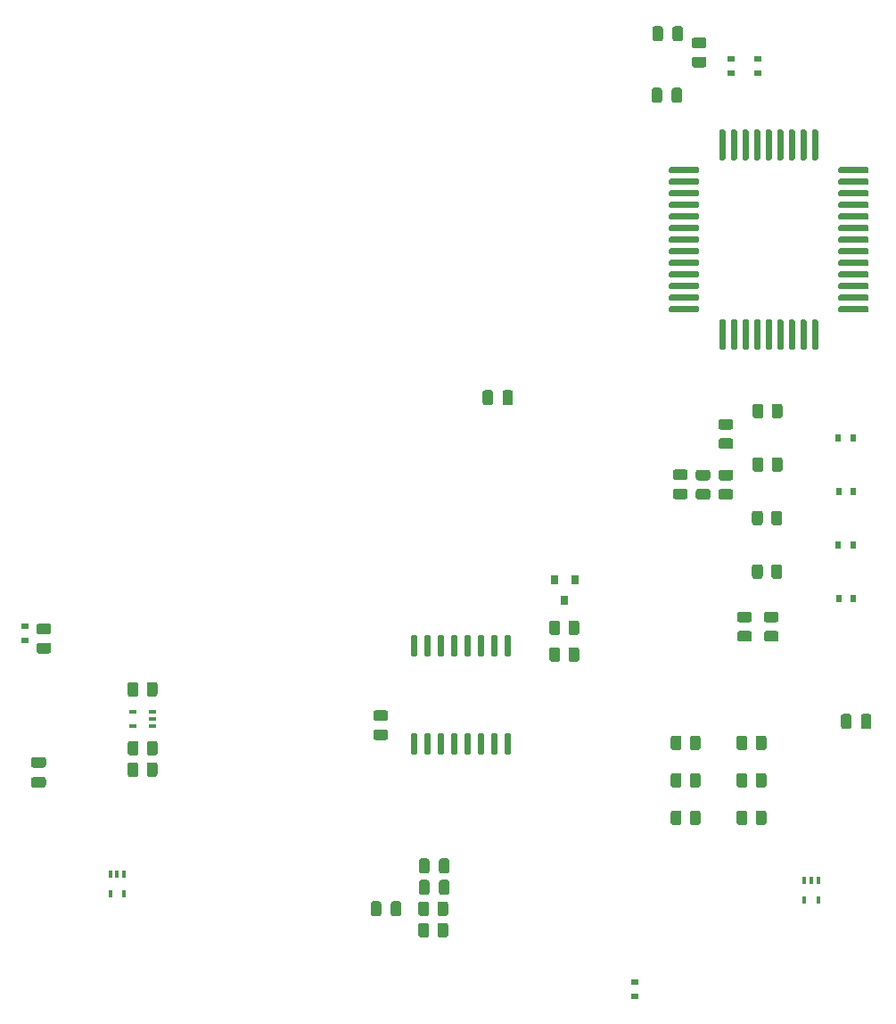
<source format=gbp>
%TF.GenerationSoftware,KiCad,Pcbnew,5.1.10-88a1d61d58~90~ubuntu20.04.1*%
%TF.CreationDate,2021-10-12T23:05:44+03:00*%
%TF.ProjectId,Schematic,53636865-6d61-4746-9963-2e6b69636164,rev?*%
%TF.SameCoordinates,Original*%
%TF.FileFunction,Paste,Bot*%
%TF.FilePolarity,Positive*%
%FSLAX46Y46*%
G04 Gerber Fmt 4.6, Leading zero omitted, Abs format (unit mm)*
G04 Created by KiCad (PCBNEW 5.1.10-88a1d61d58~90~ubuntu20.04.1) date 2021-10-12 23:05:44*
%MOMM*%
%LPD*%
G01*
G04 APERTURE LIST*
%ADD10R,0.700000X0.600000*%
%ADD11R,0.600000X0.700000*%
%ADD12R,0.400000X0.650000*%
%ADD13R,0.800000X0.900000*%
%ADD14R,0.650000X0.400000*%
G04 APERTURE END LIST*
G36*
G01*
X146615999Y-120899500D02*
X147516001Y-120899500D01*
G75*
G02*
X147766000Y-121149499I0J-249999D01*
G01*
X147766000Y-121674501D01*
G75*
G02*
X147516001Y-121924500I-249999J0D01*
G01*
X146615999Y-121924500D01*
G75*
G02*
X146366000Y-121674501I0J249999D01*
G01*
X146366000Y-121149499D01*
G75*
G02*
X146615999Y-120899500I249999J0D01*
G01*
G37*
G36*
G01*
X146615999Y-119074500D02*
X147516001Y-119074500D01*
G75*
G02*
X147766000Y-119324499I0J-249999D01*
G01*
X147766000Y-119849501D01*
G75*
G02*
X147516001Y-120099500I-249999J0D01*
G01*
X146615999Y-120099500D01*
G75*
G02*
X146366000Y-119849501I0J249999D01*
G01*
X146366000Y-119324499D01*
G75*
G02*
X146615999Y-119074500I249999J0D01*
G01*
G37*
G36*
G01*
X148024000Y-138397000D02*
X148024000Y-137447000D01*
G75*
G02*
X148274000Y-137197000I250000J0D01*
G01*
X148774000Y-137197000D01*
G75*
G02*
X149024000Y-137447000I0J-250000D01*
G01*
X149024000Y-138397000D01*
G75*
G02*
X148774000Y-138647000I-250000J0D01*
G01*
X148274000Y-138647000D01*
G75*
G02*
X148024000Y-138397000I0J250000D01*
G01*
G37*
G36*
G01*
X146124000Y-138397000D02*
X146124000Y-137447000D01*
G75*
G02*
X146374000Y-137197000I250000J0D01*
G01*
X146874000Y-137197000D01*
G75*
G02*
X147124000Y-137447000I0J-250000D01*
G01*
X147124000Y-138397000D01*
G75*
G02*
X146874000Y-138647000I-250000J0D01*
G01*
X146374000Y-138647000D01*
G75*
G02*
X146124000Y-138397000I0J250000D01*
G01*
G37*
D10*
X180340000Y-58612000D03*
X180340000Y-57212000D03*
X182880000Y-58612000D03*
X182880000Y-57212000D03*
D11*
X190500000Y-93218000D03*
X191900000Y-93218000D03*
X190500000Y-103378000D03*
X191900000Y-103378000D03*
X190562000Y-98298000D03*
X191962000Y-98298000D03*
X190562000Y-108458000D03*
X191962000Y-108458000D03*
D12*
X187310000Y-137094000D03*
X188610000Y-137094000D03*
X187960000Y-135194000D03*
X188610000Y-135194000D03*
X187310000Y-135194000D03*
D10*
X171196000Y-144842000D03*
X171196000Y-146242000D03*
D12*
X121382000Y-136520000D03*
X122682000Y-136520000D03*
X122032000Y-134620000D03*
X122682000Y-134620000D03*
X121382000Y-134620000D03*
D10*
X113284000Y-111060000D03*
X113284000Y-112460000D03*
G36*
G01*
X187360750Y-66872000D02*
X187063250Y-66872000D01*
G75*
G02*
X186914500Y-66723250I0J148750D01*
G01*
X186914500Y-64120750D01*
G75*
G02*
X187063250Y-63972000I148750J0D01*
G01*
X187360750Y-63972000D01*
G75*
G02*
X187509500Y-64120750I0J-148750D01*
G01*
X187509500Y-66723250D01*
G75*
G02*
X187360750Y-66872000I-148750J0D01*
G01*
G37*
G36*
G01*
X193412000Y-73173250D02*
X193412000Y-73470750D01*
G75*
G02*
X193263250Y-73619500I-148750J0D01*
G01*
X190660750Y-73619500D01*
G75*
G02*
X190512000Y-73470750I0J148750D01*
G01*
X190512000Y-73173250D01*
G75*
G02*
X190660750Y-73024500I148750J0D01*
G01*
X193263250Y-73024500D01*
G75*
G02*
X193412000Y-73173250I0J-148750D01*
G01*
G37*
G36*
G01*
X193412000Y-69873250D02*
X193412000Y-70170750D01*
G75*
G02*
X193263250Y-70319500I-148750J0D01*
G01*
X190660750Y-70319500D01*
G75*
G02*
X190512000Y-70170750I0J148750D01*
G01*
X190512000Y-69873250D01*
G75*
G02*
X190660750Y-69724500I148750J0D01*
G01*
X193263250Y-69724500D01*
G75*
G02*
X193412000Y-69873250I0J-148750D01*
G01*
G37*
G36*
G01*
X177312000Y-80873250D02*
X177312000Y-81170750D01*
G75*
G02*
X177163250Y-81319500I-148750J0D01*
G01*
X174560750Y-81319500D01*
G75*
G02*
X174412000Y-81170750I0J148750D01*
G01*
X174412000Y-80873250D01*
G75*
G02*
X174560750Y-80724500I148750J0D01*
G01*
X177163250Y-80724500D01*
G75*
G02*
X177312000Y-80873250I0J-148750D01*
G01*
G37*
G36*
G01*
X181860750Y-66872000D02*
X181563250Y-66872000D01*
G75*
G02*
X181414500Y-66723250I0J148750D01*
G01*
X181414500Y-64120750D01*
G75*
G02*
X181563250Y-63972000I148750J0D01*
G01*
X181860750Y-63972000D01*
G75*
G02*
X182009500Y-64120750I0J-148750D01*
G01*
X182009500Y-66723250D01*
G75*
G02*
X181860750Y-66872000I-148750J0D01*
G01*
G37*
G36*
G01*
X188460750Y-66872000D02*
X188163250Y-66872000D01*
G75*
G02*
X188014500Y-66723250I0J148750D01*
G01*
X188014500Y-64120750D01*
G75*
G02*
X188163250Y-63972000I148750J0D01*
G01*
X188460750Y-63972000D01*
G75*
G02*
X188609500Y-64120750I0J-148750D01*
G01*
X188609500Y-66723250D01*
G75*
G02*
X188460750Y-66872000I-148750J0D01*
G01*
G37*
G36*
G01*
X179660750Y-66872000D02*
X179363250Y-66872000D01*
G75*
G02*
X179214500Y-66723250I0J148750D01*
G01*
X179214500Y-64120750D01*
G75*
G02*
X179363250Y-63972000I148750J0D01*
G01*
X179660750Y-63972000D01*
G75*
G02*
X179809500Y-64120750I0J-148750D01*
G01*
X179809500Y-66723250D01*
G75*
G02*
X179660750Y-66872000I-148750J0D01*
G01*
G37*
G36*
G01*
X185160750Y-84872000D02*
X184863250Y-84872000D01*
G75*
G02*
X184714500Y-84723250I0J148750D01*
G01*
X184714500Y-82120750D01*
G75*
G02*
X184863250Y-81972000I148750J0D01*
G01*
X185160750Y-81972000D01*
G75*
G02*
X185309500Y-82120750I0J-148750D01*
G01*
X185309500Y-84723250D01*
G75*
G02*
X185160750Y-84872000I-148750J0D01*
G01*
G37*
G36*
G01*
X186260750Y-84872000D02*
X185963250Y-84872000D01*
G75*
G02*
X185814500Y-84723250I0J148750D01*
G01*
X185814500Y-82120750D01*
G75*
G02*
X185963250Y-81972000I148750J0D01*
G01*
X186260750Y-81972000D01*
G75*
G02*
X186409500Y-82120750I0J-148750D01*
G01*
X186409500Y-84723250D01*
G75*
G02*
X186260750Y-84872000I-148750J0D01*
G01*
G37*
G36*
G01*
X193412000Y-80873250D02*
X193412000Y-81170750D01*
G75*
G02*
X193263250Y-81319500I-148750J0D01*
G01*
X190660750Y-81319500D01*
G75*
G02*
X190512000Y-81170750I0J148750D01*
G01*
X190512000Y-80873250D01*
G75*
G02*
X190660750Y-80724500I148750J0D01*
G01*
X193263250Y-80724500D01*
G75*
G02*
X193412000Y-80873250I0J-148750D01*
G01*
G37*
G36*
G01*
X180760750Y-66872000D02*
X180463250Y-66872000D01*
G75*
G02*
X180314500Y-66723250I0J148750D01*
G01*
X180314500Y-64120750D01*
G75*
G02*
X180463250Y-63972000I148750J0D01*
G01*
X180760750Y-63972000D01*
G75*
G02*
X180909500Y-64120750I0J-148750D01*
G01*
X180909500Y-66723250D01*
G75*
G02*
X180760750Y-66872000I-148750J0D01*
G01*
G37*
G36*
G01*
X193412000Y-74273250D02*
X193412000Y-74570750D01*
G75*
G02*
X193263250Y-74719500I-148750J0D01*
G01*
X190660750Y-74719500D01*
G75*
G02*
X190512000Y-74570750I0J148750D01*
G01*
X190512000Y-74273250D01*
G75*
G02*
X190660750Y-74124500I148750J0D01*
G01*
X193263250Y-74124500D01*
G75*
G02*
X193412000Y-74273250I0J-148750D01*
G01*
G37*
G36*
G01*
X187360750Y-84872000D02*
X187063250Y-84872000D01*
G75*
G02*
X186914500Y-84723250I0J148750D01*
G01*
X186914500Y-82120750D01*
G75*
G02*
X187063250Y-81972000I148750J0D01*
G01*
X187360750Y-81972000D01*
G75*
G02*
X187509500Y-82120750I0J-148750D01*
G01*
X187509500Y-84723250D01*
G75*
G02*
X187360750Y-84872000I-148750J0D01*
G01*
G37*
G36*
G01*
X177312000Y-79773250D02*
X177312000Y-80070750D01*
G75*
G02*
X177163250Y-80219500I-148750J0D01*
G01*
X174560750Y-80219500D01*
G75*
G02*
X174412000Y-80070750I0J148750D01*
G01*
X174412000Y-79773250D01*
G75*
G02*
X174560750Y-79624500I148750J0D01*
G01*
X177163250Y-79624500D01*
G75*
G02*
X177312000Y-79773250I0J-148750D01*
G01*
G37*
G36*
G01*
X193412000Y-68773250D02*
X193412000Y-69070750D01*
G75*
G02*
X193263250Y-69219500I-148750J0D01*
G01*
X190660750Y-69219500D01*
G75*
G02*
X190512000Y-69070750I0J148750D01*
G01*
X190512000Y-68773250D01*
G75*
G02*
X190660750Y-68624500I148750J0D01*
G01*
X193263250Y-68624500D01*
G75*
G02*
X193412000Y-68773250I0J-148750D01*
G01*
G37*
G36*
G01*
X193412000Y-79773250D02*
X193412000Y-80070750D01*
G75*
G02*
X193263250Y-80219500I-148750J0D01*
G01*
X190660750Y-80219500D01*
G75*
G02*
X190512000Y-80070750I0J148750D01*
G01*
X190512000Y-79773250D01*
G75*
G02*
X190660750Y-79624500I148750J0D01*
G01*
X193263250Y-79624500D01*
G75*
G02*
X193412000Y-79773250I0J-148750D01*
G01*
G37*
G36*
G01*
X177312000Y-69873250D02*
X177312000Y-70170750D01*
G75*
G02*
X177163250Y-70319500I-148750J0D01*
G01*
X174560750Y-70319500D01*
G75*
G02*
X174412000Y-70170750I0J148750D01*
G01*
X174412000Y-69873250D01*
G75*
G02*
X174560750Y-69724500I148750J0D01*
G01*
X177163250Y-69724500D01*
G75*
G02*
X177312000Y-69873250I0J-148750D01*
G01*
G37*
G36*
G01*
X177312000Y-67673250D02*
X177312000Y-67970750D01*
G75*
G02*
X177163250Y-68119500I-148750J0D01*
G01*
X174560750Y-68119500D01*
G75*
G02*
X174412000Y-67970750I0J148750D01*
G01*
X174412000Y-67673250D01*
G75*
G02*
X174560750Y-67524500I148750J0D01*
G01*
X177163250Y-67524500D01*
G75*
G02*
X177312000Y-67673250I0J-148750D01*
G01*
G37*
G36*
G01*
X193412000Y-76473250D02*
X193412000Y-76770750D01*
G75*
G02*
X193263250Y-76919500I-148750J0D01*
G01*
X190660750Y-76919500D01*
G75*
G02*
X190512000Y-76770750I0J148750D01*
G01*
X190512000Y-76473250D01*
G75*
G02*
X190660750Y-76324500I148750J0D01*
G01*
X193263250Y-76324500D01*
G75*
G02*
X193412000Y-76473250I0J-148750D01*
G01*
G37*
G36*
G01*
X184060750Y-66872000D02*
X183763250Y-66872000D01*
G75*
G02*
X183614500Y-66723250I0J148750D01*
G01*
X183614500Y-64120750D01*
G75*
G02*
X183763250Y-63972000I148750J0D01*
G01*
X184060750Y-63972000D01*
G75*
G02*
X184209500Y-64120750I0J-148750D01*
G01*
X184209500Y-66723250D01*
G75*
G02*
X184060750Y-66872000I-148750J0D01*
G01*
G37*
G36*
G01*
X193412000Y-78673250D02*
X193412000Y-78970750D01*
G75*
G02*
X193263250Y-79119500I-148750J0D01*
G01*
X190660750Y-79119500D01*
G75*
G02*
X190512000Y-78970750I0J148750D01*
G01*
X190512000Y-78673250D01*
G75*
G02*
X190660750Y-78524500I148750J0D01*
G01*
X193263250Y-78524500D01*
G75*
G02*
X193412000Y-78673250I0J-148750D01*
G01*
G37*
G36*
G01*
X177312000Y-75373250D02*
X177312000Y-75670750D01*
G75*
G02*
X177163250Y-75819500I-148750J0D01*
G01*
X174560750Y-75819500D01*
G75*
G02*
X174412000Y-75670750I0J148750D01*
G01*
X174412000Y-75373250D01*
G75*
G02*
X174560750Y-75224500I148750J0D01*
G01*
X177163250Y-75224500D01*
G75*
G02*
X177312000Y-75373250I0J-148750D01*
G01*
G37*
G36*
G01*
X182960750Y-84872000D02*
X182663250Y-84872000D01*
G75*
G02*
X182514500Y-84723250I0J148750D01*
G01*
X182514500Y-82120750D01*
G75*
G02*
X182663250Y-81972000I148750J0D01*
G01*
X182960750Y-81972000D01*
G75*
G02*
X183109500Y-82120750I0J-148750D01*
G01*
X183109500Y-84723250D01*
G75*
G02*
X182960750Y-84872000I-148750J0D01*
G01*
G37*
G36*
G01*
X180760750Y-84872000D02*
X180463250Y-84872000D01*
G75*
G02*
X180314500Y-84723250I0J148750D01*
G01*
X180314500Y-82120750D01*
G75*
G02*
X180463250Y-81972000I148750J0D01*
G01*
X180760750Y-81972000D01*
G75*
G02*
X180909500Y-82120750I0J-148750D01*
G01*
X180909500Y-84723250D01*
G75*
G02*
X180760750Y-84872000I-148750J0D01*
G01*
G37*
G36*
G01*
X177312000Y-70973250D02*
X177312000Y-71270750D01*
G75*
G02*
X177163250Y-71419500I-148750J0D01*
G01*
X174560750Y-71419500D01*
G75*
G02*
X174412000Y-71270750I0J148750D01*
G01*
X174412000Y-70973250D01*
G75*
G02*
X174560750Y-70824500I148750J0D01*
G01*
X177163250Y-70824500D01*
G75*
G02*
X177312000Y-70973250I0J-148750D01*
G01*
G37*
G36*
G01*
X184060750Y-84872000D02*
X183763250Y-84872000D01*
G75*
G02*
X183614500Y-84723250I0J148750D01*
G01*
X183614500Y-82120750D01*
G75*
G02*
X183763250Y-81972000I148750J0D01*
G01*
X184060750Y-81972000D01*
G75*
G02*
X184209500Y-82120750I0J-148750D01*
G01*
X184209500Y-84723250D01*
G75*
G02*
X184060750Y-84872000I-148750J0D01*
G01*
G37*
G36*
G01*
X182960750Y-66872000D02*
X182663250Y-66872000D01*
G75*
G02*
X182514500Y-66723250I0J148750D01*
G01*
X182514500Y-64120750D01*
G75*
G02*
X182663250Y-63972000I148750J0D01*
G01*
X182960750Y-63972000D01*
G75*
G02*
X183109500Y-64120750I0J-148750D01*
G01*
X183109500Y-66723250D01*
G75*
G02*
X182960750Y-66872000I-148750J0D01*
G01*
G37*
G36*
G01*
X193412000Y-75373250D02*
X193412000Y-75670750D01*
G75*
G02*
X193263250Y-75819500I-148750J0D01*
G01*
X190660750Y-75819500D01*
G75*
G02*
X190512000Y-75670750I0J148750D01*
G01*
X190512000Y-75373250D01*
G75*
G02*
X190660750Y-75224500I148750J0D01*
G01*
X193263250Y-75224500D01*
G75*
G02*
X193412000Y-75373250I0J-148750D01*
G01*
G37*
G36*
G01*
X181860750Y-84872000D02*
X181563250Y-84872000D01*
G75*
G02*
X181414500Y-84723250I0J148750D01*
G01*
X181414500Y-82120750D01*
G75*
G02*
X181563250Y-81972000I148750J0D01*
G01*
X181860750Y-81972000D01*
G75*
G02*
X182009500Y-82120750I0J-148750D01*
G01*
X182009500Y-84723250D01*
G75*
G02*
X181860750Y-84872000I-148750J0D01*
G01*
G37*
G36*
G01*
X193412000Y-72073250D02*
X193412000Y-72370750D01*
G75*
G02*
X193263250Y-72519500I-148750J0D01*
G01*
X190660750Y-72519500D01*
G75*
G02*
X190512000Y-72370750I0J148750D01*
G01*
X190512000Y-72073250D01*
G75*
G02*
X190660750Y-71924500I148750J0D01*
G01*
X193263250Y-71924500D01*
G75*
G02*
X193412000Y-72073250I0J-148750D01*
G01*
G37*
G36*
G01*
X177312000Y-72073250D02*
X177312000Y-72370750D01*
G75*
G02*
X177163250Y-72519500I-148750J0D01*
G01*
X174560750Y-72519500D01*
G75*
G02*
X174412000Y-72370750I0J148750D01*
G01*
X174412000Y-72073250D01*
G75*
G02*
X174560750Y-71924500I148750J0D01*
G01*
X177163250Y-71924500D01*
G75*
G02*
X177312000Y-72073250I0J-148750D01*
G01*
G37*
G36*
G01*
X177312000Y-76473250D02*
X177312000Y-76770750D01*
G75*
G02*
X177163250Y-76919500I-148750J0D01*
G01*
X174560750Y-76919500D01*
G75*
G02*
X174412000Y-76770750I0J148750D01*
G01*
X174412000Y-76473250D01*
G75*
G02*
X174560750Y-76324500I148750J0D01*
G01*
X177163250Y-76324500D01*
G75*
G02*
X177312000Y-76473250I0J-148750D01*
G01*
G37*
G36*
G01*
X193412000Y-67673250D02*
X193412000Y-67970750D01*
G75*
G02*
X193263250Y-68119500I-148750J0D01*
G01*
X190660750Y-68119500D01*
G75*
G02*
X190512000Y-67970750I0J148750D01*
G01*
X190512000Y-67673250D01*
G75*
G02*
X190660750Y-67524500I148750J0D01*
G01*
X193263250Y-67524500D01*
G75*
G02*
X193412000Y-67673250I0J-148750D01*
G01*
G37*
G36*
G01*
X193412000Y-77573250D02*
X193412000Y-77870750D01*
G75*
G02*
X193263250Y-78019500I-148750J0D01*
G01*
X190660750Y-78019500D01*
G75*
G02*
X190512000Y-77870750I0J148750D01*
G01*
X190512000Y-77573250D01*
G75*
G02*
X190660750Y-77424500I148750J0D01*
G01*
X193263250Y-77424500D01*
G75*
G02*
X193412000Y-77573250I0J-148750D01*
G01*
G37*
G36*
G01*
X177312000Y-68773250D02*
X177312000Y-69070750D01*
G75*
G02*
X177163250Y-69219500I-148750J0D01*
G01*
X174560750Y-69219500D01*
G75*
G02*
X174412000Y-69070750I0J148750D01*
G01*
X174412000Y-68773250D01*
G75*
G02*
X174560750Y-68624500I148750J0D01*
G01*
X177163250Y-68624500D01*
G75*
G02*
X177312000Y-68773250I0J-148750D01*
G01*
G37*
G36*
G01*
X177312000Y-74273250D02*
X177312000Y-74570750D01*
G75*
G02*
X177163250Y-74719500I-148750J0D01*
G01*
X174560750Y-74719500D01*
G75*
G02*
X174412000Y-74570750I0J148750D01*
G01*
X174412000Y-74273250D01*
G75*
G02*
X174560750Y-74124500I148750J0D01*
G01*
X177163250Y-74124500D01*
G75*
G02*
X177312000Y-74273250I0J-148750D01*
G01*
G37*
G36*
G01*
X177312000Y-73173250D02*
X177312000Y-73470750D01*
G75*
G02*
X177163250Y-73619500I-148750J0D01*
G01*
X174560750Y-73619500D01*
G75*
G02*
X174412000Y-73470750I0J148750D01*
G01*
X174412000Y-73173250D01*
G75*
G02*
X174560750Y-73024500I148750J0D01*
G01*
X177163250Y-73024500D01*
G75*
G02*
X177312000Y-73173250I0J-148750D01*
G01*
G37*
G36*
G01*
X193412000Y-70973250D02*
X193412000Y-71270750D01*
G75*
G02*
X193263250Y-71419500I-148750J0D01*
G01*
X190660750Y-71419500D01*
G75*
G02*
X190512000Y-71270750I0J148750D01*
G01*
X190512000Y-70973250D01*
G75*
G02*
X190660750Y-70824500I148750J0D01*
G01*
X193263250Y-70824500D01*
G75*
G02*
X193412000Y-70973250I0J-148750D01*
G01*
G37*
G36*
G01*
X177312000Y-78673250D02*
X177312000Y-78970750D01*
G75*
G02*
X177163250Y-79119500I-148750J0D01*
G01*
X174560750Y-79119500D01*
G75*
G02*
X174412000Y-78970750I0J148750D01*
G01*
X174412000Y-78673250D01*
G75*
G02*
X174560750Y-78524500I148750J0D01*
G01*
X177163250Y-78524500D01*
G75*
G02*
X177312000Y-78673250I0J-148750D01*
G01*
G37*
G36*
G01*
X177312000Y-77573250D02*
X177312000Y-77870750D01*
G75*
G02*
X177163250Y-78019500I-148750J0D01*
G01*
X174560750Y-78019500D01*
G75*
G02*
X174412000Y-77870750I0J148750D01*
G01*
X174412000Y-77573250D01*
G75*
G02*
X174560750Y-77424500I148750J0D01*
G01*
X177163250Y-77424500D01*
G75*
G02*
X177312000Y-77573250I0J-148750D01*
G01*
G37*
G36*
G01*
X186260750Y-66872000D02*
X185963250Y-66872000D01*
G75*
G02*
X185814500Y-66723250I0J148750D01*
G01*
X185814500Y-64120750D01*
G75*
G02*
X185963250Y-63972000I148750J0D01*
G01*
X186260750Y-63972000D01*
G75*
G02*
X186409500Y-64120750I0J-148750D01*
G01*
X186409500Y-66723250D01*
G75*
G02*
X186260750Y-66872000I-148750J0D01*
G01*
G37*
G36*
G01*
X185160750Y-66872000D02*
X184863250Y-66872000D01*
G75*
G02*
X184714500Y-66723250I0J148750D01*
G01*
X184714500Y-64120750D01*
G75*
G02*
X184863250Y-63972000I148750J0D01*
G01*
X185160750Y-63972000D01*
G75*
G02*
X185309500Y-64120750I0J-148750D01*
G01*
X185309500Y-66723250D01*
G75*
G02*
X185160750Y-66872000I-148750J0D01*
G01*
G37*
G36*
G01*
X188460750Y-84872000D02*
X188163250Y-84872000D01*
G75*
G02*
X188014500Y-84723250I0J148750D01*
G01*
X188014500Y-82120750D01*
G75*
G02*
X188163250Y-81972000I148750J0D01*
G01*
X188460750Y-81972000D01*
G75*
G02*
X188609500Y-82120750I0J-148750D01*
G01*
X188609500Y-84723250D01*
G75*
G02*
X188460750Y-84872000I-148750J0D01*
G01*
G37*
G36*
G01*
X179660750Y-84872000D02*
X179363250Y-84872000D01*
G75*
G02*
X179214500Y-84723250I0J148750D01*
G01*
X179214500Y-82120750D01*
G75*
G02*
X179363250Y-81972000I148750J0D01*
G01*
X179660750Y-81972000D01*
G75*
G02*
X179809500Y-82120750I0J-148750D01*
G01*
X179809500Y-84723250D01*
G75*
G02*
X179660750Y-84872000I-148750J0D01*
G01*
G37*
G36*
G01*
X176841999Y-57042000D02*
X177742001Y-57042000D01*
G75*
G02*
X177992000Y-57291999I0J-249999D01*
G01*
X177992000Y-57817001D01*
G75*
G02*
X177742001Y-58067000I-249999J0D01*
G01*
X176841999Y-58067000D01*
G75*
G02*
X176592000Y-57817001I0J249999D01*
G01*
X176592000Y-57291999D01*
G75*
G02*
X176841999Y-57042000I249999J0D01*
G01*
G37*
G36*
G01*
X176841999Y-55217000D02*
X177742001Y-55217000D01*
G75*
G02*
X177992000Y-55466999I0J-249999D01*
G01*
X177992000Y-55992001D01*
G75*
G02*
X177742001Y-56242000I-249999J0D01*
G01*
X176841999Y-56242000D01*
G75*
G02*
X176592000Y-55992001I0J249999D01*
G01*
X176592000Y-55466999D01*
G75*
G02*
X176841999Y-55217000I249999J0D01*
G01*
G37*
G36*
G01*
X180282001Y-97263000D02*
X179381999Y-97263000D01*
G75*
G02*
X179132000Y-97013001I0J249999D01*
G01*
X179132000Y-96487999D01*
G75*
G02*
X179381999Y-96238000I249999J0D01*
G01*
X180282001Y-96238000D01*
G75*
G02*
X180532000Y-96487999I0J-249999D01*
G01*
X180532000Y-97013001D01*
G75*
G02*
X180282001Y-97263000I-249999J0D01*
G01*
G37*
G36*
G01*
X180282001Y-99088000D02*
X179381999Y-99088000D01*
G75*
G02*
X179132000Y-98838001I0J249999D01*
G01*
X179132000Y-98312999D01*
G75*
G02*
X179381999Y-98063000I249999J0D01*
G01*
X180282001Y-98063000D01*
G75*
G02*
X180532000Y-98312999I0J-249999D01*
G01*
X180532000Y-98838001D01*
G75*
G02*
X180282001Y-99088000I-249999J0D01*
G01*
G37*
G36*
G01*
X178123001Y-97263000D02*
X177222999Y-97263000D01*
G75*
G02*
X176973000Y-97013001I0J249999D01*
G01*
X176973000Y-96487999D01*
G75*
G02*
X177222999Y-96238000I249999J0D01*
G01*
X178123001Y-96238000D01*
G75*
G02*
X178373000Y-96487999I0J-249999D01*
G01*
X178373000Y-97013001D01*
G75*
G02*
X178123001Y-97263000I-249999J0D01*
G01*
G37*
G36*
G01*
X178123001Y-99088000D02*
X177222999Y-99088000D01*
G75*
G02*
X176973000Y-98838001I0J249999D01*
G01*
X176973000Y-98312999D01*
G75*
G02*
X177222999Y-98063000I249999J0D01*
G01*
X178123001Y-98063000D01*
G75*
G02*
X178373000Y-98312999I0J-249999D01*
G01*
X178373000Y-98838001D01*
G75*
G02*
X178123001Y-99088000I-249999J0D01*
G01*
G37*
G36*
G01*
X175063999Y-98039500D02*
X175964001Y-98039500D01*
G75*
G02*
X176214000Y-98289499I0J-249999D01*
G01*
X176214000Y-98814501D01*
G75*
G02*
X175964001Y-99064500I-249999J0D01*
G01*
X175063999Y-99064500D01*
G75*
G02*
X174814000Y-98814501I0J249999D01*
G01*
X174814000Y-98289499D01*
G75*
G02*
X175063999Y-98039500I249999J0D01*
G01*
G37*
G36*
G01*
X175063999Y-96214500D02*
X175964001Y-96214500D01*
G75*
G02*
X176214000Y-96464499I0J-249999D01*
G01*
X176214000Y-96989501D01*
G75*
G02*
X175964001Y-97239500I-249999J0D01*
G01*
X175063999Y-97239500D01*
G75*
G02*
X174814000Y-96989501I0J249999D01*
G01*
X174814000Y-96464499D01*
G75*
G02*
X175063999Y-96214500I249999J0D01*
G01*
G37*
G36*
G01*
X179381999Y-93260500D02*
X180282001Y-93260500D01*
G75*
G02*
X180532000Y-93510499I0J-249999D01*
G01*
X180532000Y-94035501D01*
G75*
G02*
X180282001Y-94285500I-249999J0D01*
G01*
X179381999Y-94285500D01*
G75*
G02*
X179132000Y-94035501I0J249999D01*
G01*
X179132000Y-93510499D01*
G75*
G02*
X179381999Y-93260500I249999J0D01*
G01*
G37*
G36*
G01*
X179381999Y-91435500D02*
X180282001Y-91435500D01*
G75*
G02*
X180532000Y-91685499I0J-249999D01*
G01*
X180532000Y-92210501D01*
G75*
G02*
X180282001Y-92460500I-249999J0D01*
G01*
X179381999Y-92460500D01*
G75*
G02*
X179132000Y-92210501I0J249999D01*
G01*
X179132000Y-91685499D01*
G75*
G02*
X179381999Y-91435500I249999J0D01*
G01*
G37*
D13*
X164526000Y-108680000D03*
X165476000Y-106680000D03*
X163576000Y-106680000D03*
D14*
X123510000Y-119238000D03*
X123510000Y-120538000D03*
X125410000Y-119888000D03*
X125410000Y-120538000D03*
X125410000Y-119238000D03*
G36*
G01*
X173860000Y-54389000D02*
X173860000Y-55339000D01*
G75*
G02*
X173610000Y-55589000I-250000J0D01*
G01*
X173110000Y-55589000D01*
G75*
G02*
X172860000Y-55339000I0J250000D01*
G01*
X172860000Y-54389000D01*
G75*
G02*
X173110000Y-54139000I250000J0D01*
G01*
X173610000Y-54139000D01*
G75*
G02*
X173860000Y-54389000I0J-250000D01*
G01*
G37*
G36*
G01*
X175760000Y-54389000D02*
X175760000Y-55339000D01*
G75*
G02*
X175510000Y-55589000I-250000J0D01*
G01*
X175010000Y-55589000D01*
G75*
G02*
X174760000Y-55339000I0J250000D01*
G01*
X174760000Y-54389000D01*
G75*
G02*
X175010000Y-54139000I250000J0D01*
G01*
X175510000Y-54139000D01*
G75*
G02*
X175760000Y-54389000I0J-250000D01*
G01*
G37*
G36*
G01*
X173794000Y-60231000D02*
X173794000Y-61181000D01*
G75*
G02*
X173544000Y-61431000I-250000J0D01*
G01*
X173044000Y-61431000D01*
G75*
G02*
X172794000Y-61181000I0J250000D01*
G01*
X172794000Y-60231000D01*
G75*
G02*
X173044000Y-59981000I250000J0D01*
G01*
X173544000Y-59981000D01*
G75*
G02*
X173794000Y-60231000I0J-250000D01*
G01*
G37*
G36*
G01*
X175694000Y-60231000D02*
X175694000Y-61181000D01*
G75*
G02*
X175444000Y-61431000I-250000J0D01*
G01*
X174944000Y-61431000D01*
G75*
G02*
X174694000Y-61181000I0J250000D01*
G01*
X174694000Y-60231000D01*
G75*
G02*
X174944000Y-59981000I250000J0D01*
G01*
X175444000Y-59981000D01*
G75*
G02*
X175694000Y-60231000I0J-250000D01*
G01*
G37*
G36*
G01*
X150091000Y-121227000D02*
X150391000Y-121227000D01*
G75*
G02*
X150541000Y-121377000I0J-150000D01*
G01*
X150541000Y-123127000D01*
G75*
G02*
X150391000Y-123277000I-150000J0D01*
G01*
X150091000Y-123277000D01*
G75*
G02*
X149941000Y-123127000I0J150000D01*
G01*
X149941000Y-121377000D01*
G75*
G02*
X150091000Y-121227000I150000J0D01*
G01*
G37*
G36*
G01*
X151361000Y-121227000D02*
X151661000Y-121227000D01*
G75*
G02*
X151811000Y-121377000I0J-150000D01*
G01*
X151811000Y-123127000D01*
G75*
G02*
X151661000Y-123277000I-150000J0D01*
G01*
X151361000Y-123277000D01*
G75*
G02*
X151211000Y-123127000I0J150000D01*
G01*
X151211000Y-121377000D01*
G75*
G02*
X151361000Y-121227000I150000J0D01*
G01*
G37*
G36*
G01*
X152631000Y-121227000D02*
X152931000Y-121227000D01*
G75*
G02*
X153081000Y-121377000I0J-150000D01*
G01*
X153081000Y-123127000D01*
G75*
G02*
X152931000Y-123277000I-150000J0D01*
G01*
X152631000Y-123277000D01*
G75*
G02*
X152481000Y-123127000I0J150000D01*
G01*
X152481000Y-121377000D01*
G75*
G02*
X152631000Y-121227000I150000J0D01*
G01*
G37*
G36*
G01*
X153901000Y-121227000D02*
X154201000Y-121227000D01*
G75*
G02*
X154351000Y-121377000I0J-150000D01*
G01*
X154351000Y-123127000D01*
G75*
G02*
X154201000Y-123277000I-150000J0D01*
G01*
X153901000Y-123277000D01*
G75*
G02*
X153751000Y-123127000I0J150000D01*
G01*
X153751000Y-121377000D01*
G75*
G02*
X153901000Y-121227000I150000J0D01*
G01*
G37*
G36*
G01*
X155171000Y-121227000D02*
X155471000Y-121227000D01*
G75*
G02*
X155621000Y-121377000I0J-150000D01*
G01*
X155621000Y-123127000D01*
G75*
G02*
X155471000Y-123277000I-150000J0D01*
G01*
X155171000Y-123277000D01*
G75*
G02*
X155021000Y-123127000I0J150000D01*
G01*
X155021000Y-121377000D01*
G75*
G02*
X155171000Y-121227000I150000J0D01*
G01*
G37*
G36*
G01*
X156441000Y-121227000D02*
X156741000Y-121227000D01*
G75*
G02*
X156891000Y-121377000I0J-150000D01*
G01*
X156891000Y-123127000D01*
G75*
G02*
X156741000Y-123277000I-150000J0D01*
G01*
X156441000Y-123277000D01*
G75*
G02*
X156291000Y-123127000I0J150000D01*
G01*
X156291000Y-121377000D01*
G75*
G02*
X156441000Y-121227000I150000J0D01*
G01*
G37*
G36*
G01*
X157711000Y-121227000D02*
X158011000Y-121227000D01*
G75*
G02*
X158161000Y-121377000I0J-150000D01*
G01*
X158161000Y-123127000D01*
G75*
G02*
X158011000Y-123277000I-150000J0D01*
G01*
X157711000Y-123277000D01*
G75*
G02*
X157561000Y-123127000I0J150000D01*
G01*
X157561000Y-121377000D01*
G75*
G02*
X157711000Y-121227000I150000J0D01*
G01*
G37*
G36*
G01*
X158981000Y-121227000D02*
X159281000Y-121227000D01*
G75*
G02*
X159431000Y-121377000I0J-150000D01*
G01*
X159431000Y-123127000D01*
G75*
G02*
X159281000Y-123277000I-150000J0D01*
G01*
X158981000Y-123277000D01*
G75*
G02*
X158831000Y-123127000I0J150000D01*
G01*
X158831000Y-121377000D01*
G75*
G02*
X158981000Y-121227000I150000J0D01*
G01*
G37*
G36*
G01*
X158981000Y-111927000D02*
X159281000Y-111927000D01*
G75*
G02*
X159431000Y-112077000I0J-150000D01*
G01*
X159431000Y-113827000D01*
G75*
G02*
X159281000Y-113977000I-150000J0D01*
G01*
X158981000Y-113977000D01*
G75*
G02*
X158831000Y-113827000I0J150000D01*
G01*
X158831000Y-112077000D01*
G75*
G02*
X158981000Y-111927000I150000J0D01*
G01*
G37*
G36*
G01*
X157711000Y-111927000D02*
X158011000Y-111927000D01*
G75*
G02*
X158161000Y-112077000I0J-150000D01*
G01*
X158161000Y-113827000D01*
G75*
G02*
X158011000Y-113977000I-150000J0D01*
G01*
X157711000Y-113977000D01*
G75*
G02*
X157561000Y-113827000I0J150000D01*
G01*
X157561000Y-112077000D01*
G75*
G02*
X157711000Y-111927000I150000J0D01*
G01*
G37*
G36*
G01*
X156441000Y-111927000D02*
X156741000Y-111927000D01*
G75*
G02*
X156891000Y-112077000I0J-150000D01*
G01*
X156891000Y-113827000D01*
G75*
G02*
X156741000Y-113977000I-150000J0D01*
G01*
X156441000Y-113977000D01*
G75*
G02*
X156291000Y-113827000I0J150000D01*
G01*
X156291000Y-112077000D01*
G75*
G02*
X156441000Y-111927000I150000J0D01*
G01*
G37*
G36*
G01*
X155171000Y-111927000D02*
X155471000Y-111927000D01*
G75*
G02*
X155621000Y-112077000I0J-150000D01*
G01*
X155621000Y-113827000D01*
G75*
G02*
X155471000Y-113977000I-150000J0D01*
G01*
X155171000Y-113977000D01*
G75*
G02*
X155021000Y-113827000I0J150000D01*
G01*
X155021000Y-112077000D01*
G75*
G02*
X155171000Y-111927000I150000J0D01*
G01*
G37*
G36*
G01*
X153901000Y-111927000D02*
X154201000Y-111927000D01*
G75*
G02*
X154351000Y-112077000I0J-150000D01*
G01*
X154351000Y-113827000D01*
G75*
G02*
X154201000Y-113977000I-150000J0D01*
G01*
X153901000Y-113977000D01*
G75*
G02*
X153751000Y-113827000I0J150000D01*
G01*
X153751000Y-112077000D01*
G75*
G02*
X153901000Y-111927000I150000J0D01*
G01*
G37*
G36*
G01*
X152631000Y-111927000D02*
X152931000Y-111927000D01*
G75*
G02*
X153081000Y-112077000I0J-150000D01*
G01*
X153081000Y-113827000D01*
G75*
G02*
X152931000Y-113977000I-150000J0D01*
G01*
X152631000Y-113977000D01*
G75*
G02*
X152481000Y-113827000I0J150000D01*
G01*
X152481000Y-112077000D01*
G75*
G02*
X152631000Y-111927000I150000J0D01*
G01*
G37*
G36*
G01*
X151361000Y-111927000D02*
X151661000Y-111927000D01*
G75*
G02*
X151811000Y-112077000I0J-150000D01*
G01*
X151811000Y-113827000D01*
G75*
G02*
X151661000Y-113977000I-150000J0D01*
G01*
X151361000Y-113977000D01*
G75*
G02*
X151211000Y-113827000I0J150000D01*
G01*
X151211000Y-112077000D01*
G75*
G02*
X151361000Y-111927000I150000J0D01*
G01*
G37*
G36*
G01*
X150091000Y-111927000D02*
X150391000Y-111927000D01*
G75*
G02*
X150541000Y-112077000I0J-150000D01*
G01*
X150541000Y-113827000D01*
G75*
G02*
X150391000Y-113977000I-150000J0D01*
G01*
X150091000Y-113977000D01*
G75*
G02*
X149941000Y-113827000I0J150000D01*
G01*
X149941000Y-112077000D01*
G75*
G02*
X150091000Y-111927000I150000J0D01*
G01*
G37*
G36*
G01*
X182060001Y-110748500D02*
X181159999Y-110748500D01*
G75*
G02*
X180910000Y-110498501I0J249999D01*
G01*
X180910000Y-109973499D01*
G75*
G02*
X181159999Y-109723500I249999J0D01*
G01*
X182060001Y-109723500D01*
G75*
G02*
X182310000Y-109973499I0J-249999D01*
G01*
X182310000Y-110498501D01*
G75*
G02*
X182060001Y-110748500I-249999J0D01*
G01*
G37*
G36*
G01*
X182060001Y-112573500D02*
X181159999Y-112573500D01*
G75*
G02*
X180910000Y-112323501I0J249999D01*
G01*
X180910000Y-111798499D01*
G75*
G02*
X181159999Y-111548500I249999J0D01*
G01*
X182060001Y-111548500D01*
G75*
G02*
X182310000Y-111798499I0J-249999D01*
G01*
X182310000Y-112323501D01*
G75*
G02*
X182060001Y-112573500I-249999J0D01*
G01*
G37*
G36*
G01*
X184600001Y-110748500D02*
X183699999Y-110748500D01*
G75*
G02*
X183450000Y-110498501I0J249999D01*
G01*
X183450000Y-109973499D01*
G75*
G02*
X183699999Y-109723500I249999J0D01*
G01*
X184600001Y-109723500D01*
G75*
G02*
X184850000Y-109973499I0J-249999D01*
G01*
X184850000Y-110498501D01*
G75*
G02*
X184600001Y-110748500I-249999J0D01*
G01*
G37*
G36*
G01*
X184600001Y-112573500D02*
X183699999Y-112573500D01*
G75*
G02*
X183450000Y-112323501I0J249999D01*
G01*
X183450000Y-111798499D01*
G75*
G02*
X183699999Y-111548500I249999J0D01*
G01*
X184600001Y-111548500D01*
G75*
G02*
X184850000Y-111798499I0J-249999D01*
G01*
X184850000Y-112323501D01*
G75*
G02*
X184600001Y-112573500I-249999J0D01*
G01*
G37*
G36*
G01*
X164088500Y-110801999D02*
X164088500Y-111702001D01*
G75*
G02*
X163838501Y-111952000I-249999J0D01*
G01*
X163313499Y-111952000D01*
G75*
G02*
X163063500Y-111702001I0J249999D01*
G01*
X163063500Y-110801999D01*
G75*
G02*
X163313499Y-110552000I249999J0D01*
G01*
X163838501Y-110552000D01*
G75*
G02*
X164088500Y-110801999I0J-249999D01*
G01*
G37*
G36*
G01*
X165913500Y-110801999D02*
X165913500Y-111702001D01*
G75*
G02*
X165663501Y-111952000I-249999J0D01*
G01*
X165138499Y-111952000D01*
G75*
G02*
X164888500Y-111702001I0J249999D01*
G01*
X164888500Y-110801999D01*
G75*
G02*
X165138499Y-110552000I249999J0D01*
G01*
X165663501Y-110552000D01*
G75*
G02*
X165913500Y-110801999I0J-249999D01*
G01*
G37*
G36*
G01*
X115512001Y-111868000D02*
X114611999Y-111868000D01*
G75*
G02*
X114362000Y-111618001I0J249999D01*
G01*
X114362000Y-111092999D01*
G75*
G02*
X114611999Y-110843000I249999J0D01*
G01*
X115512001Y-110843000D01*
G75*
G02*
X115762000Y-111092999I0J-249999D01*
G01*
X115762000Y-111618001D01*
G75*
G02*
X115512001Y-111868000I-249999J0D01*
G01*
G37*
G36*
G01*
X115512001Y-113693000D02*
X114611999Y-113693000D01*
G75*
G02*
X114362000Y-113443001I0J249999D01*
G01*
X114362000Y-112917999D01*
G75*
G02*
X114611999Y-112668000I249999J0D01*
G01*
X115512001Y-112668000D01*
G75*
G02*
X115762000Y-112917999I0J-249999D01*
G01*
X115762000Y-113443001D01*
G75*
G02*
X115512001Y-113693000I-249999J0D01*
G01*
G37*
G36*
G01*
X164888500Y-114242001D02*
X164888500Y-113341999D01*
G75*
G02*
X165138499Y-113092000I249999J0D01*
G01*
X165663501Y-113092000D01*
G75*
G02*
X165913500Y-113341999I0J-249999D01*
G01*
X165913500Y-114242001D01*
G75*
G02*
X165663501Y-114492000I-249999J0D01*
G01*
X165138499Y-114492000D01*
G75*
G02*
X164888500Y-114242001I0J249999D01*
G01*
G37*
G36*
G01*
X163063500Y-114242001D02*
X163063500Y-113341999D01*
G75*
G02*
X163313499Y-113092000I249999J0D01*
G01*
X163838501Y-113092000D01*
G75*
G02*
X164088500Y-113341999I0J-249999D01*
G01*
X164088500Y-114242001D01*
G75*
G02*
X163838501Y-114492000I-249999J0D01*
G01*
X163313499Y-114492000D01*
G75*
G02*
X163063500Y-114242001I0J249999D01*
G01*
G37*
G36*
G01*
X181868500Y-128835999D02*
X181868500Y-129736001D01*
G75*
G02*
X181618501Y-129986000I-249999J0D01*
G01*
X181093499Y-129986000D01*
G75*
G02*
X180843500Y-129736001I0J249999D01*
G01*
X180843500Y-128835999D01*
G75*
G02*
X181093499Y-128586000I249999J0D01*
G01*
X181618501Y-128586000D01*
G75*
G02*
X181868500Y-128835999I0J-249999D01*
G01*
G37*
G36*
G01*
X183693500Y-128835999D02*
X183693500Y-129736001D01*
G75*
G02*
X183443501Y-129986000I-249999J0D01*
G01*
X182918499Y-129986000D01*
G75*
G02*
X182668500Y-129736001I0J249999D01*
G01*
X182668500Y-128835999D01*
G75*
G02*
X182918499Y-128586000I249999J0D01*
G01*
X183443501Y-128586000D01*
G75*
G02*
X183693500Y-128835999I0J-249999D01*
G01*
G37*
G36*
G01*
X181868500Y-125279999D02*
X181868500Y-126180001D01*
G75*
G02*
X181618501Y-126430000I-249999J0D01*
G01*
X181093499Y-126430000D01*
G75*
G02*
X180843500Y-126180001I0J249999D01*
G01*
X180843500Y-125279999D01*
G75*
G02*
X181093499Y-125030000I249999J0D01*
G01*
X181618501Y-125030000D01*
G75*
G02*
X181868500Y-125279999I0J-249999D01*
G01*
G37*
G36*
G01*
X183693500Y-125279999D02*
X183693500Y-126180001D01*
G75*
G02*
X183443501Y-126430000I-249999J0D01*
G01*
X182918499Y-126430000D01*
G75*
G02*
X182668500Y-126180001I0J249999D01*
G01*
X182668500Y-125279999D01*
G75*
G02*
X182918499Y-125030000I249999J0D01*
G01*
X183443501Y-125030000D01*
G75*
G02*
X183693500Y-125279999I0J-249999D01*
G01*
G37*
G36*
G01*
X181868500Y-121723999D02*
X181868500Y-122624001D01*
G75*
G02*
X181618501Y-122874000I-249999J0D01*
G01*
X181093499Y-122874000D01*
G75*
G02*
X180843500Y-122624001I0J249999D01*
G01*
X180843500Y-121723999D01*
G75*
G02*
X181093499Y-121474000I249999J0D01*
G01*
X181618501Y-121474000D01*
G75*
G02*
X181868500Y-121723999I0J-249999D01*
G01*
G37*
G36*
G01*
X183693500Y-121723999D02*
X183693500Y-122624001D01*
G75*
G02*
X183443501Y-122874000I-249999J0D01*
G01*
X182918499Y-122874000D01*
G75*
G02*
X182668500Y-122624001I0J249999D01*
G01*
X182668500Y-121723999D01*
G75*
G02*
X182918499Y-121474000I249999J0D01*
G01*
X183443501Y-121474000D01*
G75*
G02*
X183693500Y-121723999I0J-249999D01*
G01*
G37*
G36*
G01*
X184192500Y-91128001D02*
X184192500Y-90227999D01*
G75*
G02*
X184442499Y-89978000I249999J0D01*
G01*
X184967501Y-89978000D01*
G75*
G02*
X185217500Y-90227999I0J-249999D01*
G01*
X185217500Y-91128001D01*
G75*
G02*
X184967501Y-91378000I-249999J0D01*
G01*
X184442499Y-91378000D01*
G75*
G02*
X184192500Y-91128001I0J249999D01*
G01*
G37*
G36*
G01*
X182367500Y-91128001D02*
X182367500Y-90227999D01*
G75*
G02*
X182617499Y-89978000I249999J0D01*
G01*
X183142501Y-89978000D01*
G75*
G02*
X183392500Y-90227999I0J-249999D01*
G01*
X183392500Y-91128001D01*
G75*
G02*
X183142501Y-91378000I-249999J0D01*
G01*
X182617499Y-91378000D01*
G75*
G02*
X182367500Y-91128001I0J249999D01*
G01*
G37*
G36*
G01*
X184145500Y-101288001D02*
X184145500Y-100387999D01*
G75*
G02*
X184395499Y-100138000I249999J0D01*
G01*
X184920501Y-100138000D01*
G75*
G02*
X185170500Y-100387999I0J-249999D01*
G01*
X185170500Y-101288001D01*
G75*
G02*
X184920501Y-101538000I-249999J0D01*
G01*
X184395499Y-101538000D01*
G75*
G02*
X184145500Y-101288001I0J249999D01*
G01*
G37*
G36*
G01*
X182320500Y-101288001D02*
X182320500Y-100387999D01*
G75*
G02*
X182570499Y-100138000I249999J0D01*
G01*
X183095501Y-100138000D01*
G75*
G02*
X183345500Y-100387999I0J-249999D01*
G01*
X183345500Y-101288001D01*
G75*
G02*
X183095501Y-101538000I-249999J0D01*
G01*
X182570499Y-101538000D01*
G75*
G02*
X182320500Y-101288001I0J249999D01*
G01*
G37*
G36*
G01*
X124836500Y-117544001D02*
X124836500Y-116643999D01*
G75*
G02*
X125086499Y-116394000I249999J0D01*
G01*
X125611501Y-116394000D01*
G75*
G02*
X125861500Y-116643999I0J-249999D01*
G01*
X125861500Y-117544001D01*
G75*
G02*
X125611501Y-117794000I-249999J0D01*
G01*
X125086499Y-117794000D01*
G75*
G02*
X124836500Y-117544001I0J249999D01*
G01*
G37*
G36*
G01*
X123011500Y-117544001D02*
X123011500Y-116643999D01*
G75*
G02*
X123261499Y-116394000I249999J0D01*
G01*
X123786501Y-116394000D01*
G75*
G02*
X124036500Y-116643999I0J-249999D01*
G01*
X124036500Y-117544001D01*
G75*
G02*
X123786501Y-117794000I-249999J0D01*
G01*
X123261499Y-117794000D01*
G75*
G02*
X123011500Y-117544001I0J249999D01*
G01*
G37*
G36*
G01*
X124060000Y-122231999D02*
X124060000Y-123132001D01*
G75*
G02*
X123810001Y-123382000I-249999J0D01*
G01*
X123284999Y-123382000D01*
G75*
G02*
X123035000Y-123132001I0J249999D01*
G01*
X123035000Y-122231999D01*
G75*
G02*
X123284999Y-121982000I249999J0D01*
G01*
X123810001Y-121982000D01*
G75*
G02*
X124060000Y-122231999I0J-249999D01*
G01*
G37*
G36*
G01*
X125885000Y-122231999D02*
X125885000Y-123132001D01*
G75*
G02*
X125635001Y-123382000I-249999J0D01*
G01*
X125109999Y-123382000D01*
G75*
G02*
X124860000Y-123132001I0J249999D01*
G01*
X124860000Y-122231999D01*
G75*
G02*
X125109999Y-121982000I249999J0D01*
G01*
X125635001Y-121982000D01*
G75*
G02*
X125885000Y-122231999I0J-249999D01*
G01*
G37*
G36*
G01*
X124036500Y-124263999D02*
X124036500Y-125164001D01*
G75*
G02*
X123786501Y-125414000I-249999J0D01*
G01*
X123261499Y-125414000D01*
G75*
G02*
X123011500Y-125164001I0J249999D01*
G01*
X123011500Y-124263999D01*
G75*
G02*
X123261499Y-124014000I249999J0D01*
G01*
X123786501Y-124014000D01*
G75*
G02*
X124036500Y-124263999I0J-249999D01*
G01*
G37*
G36*
G01*
X125861500Y-124263999D02*
X125861500Y-125164001D01*
G75*
G02*
X125611501Y-125414000I-249999J0D01*
G01*
X125086499Y-125414000D01*
G75*
G02*
X124836500Y-125164001I0J249999D01*
G01*
X124836500Y-124263999D01*
G75*
G02*
X125086499Y-124014000I249999J0D01*
G01*
X125611501Y-124014000D01*
G75*
G02*
X125861500Y-124263999I0J-249999D01*
G01*
G37*
G36*
G01*
X176422000Y-129736001D02*
X176422000Y-128835999D01*
G75*
G02*
X176671999Y-128586000I249999J0D01*
G01*
X177197001Y-128586000D01*
G75*
G02*
X177447000Y-128835999I0J-249999D01*
G01*
X177447000Y-129736001D01*
G75*
G02*
X177197001Y-129986000I-249999J0D01*
G01*
X176671999Y-129986000D01*
G75*
G02*
X176422000Y-129736001I0J249999D01*
G01*
G37*
G36*
G01*
X174597000Y-129736001D02*
X174597000Y-128835999D01*
G75*
G02*
X174846999Y-128586000I249999J0D01*
G01*
X175372001Y-128586000D01*
G75*
G02*
X175622000Y-128835999I0J-249999D01*
G01*
X175622000Y-129736001D01*
G75*
G02*
X175372001Y-129986000I-249999J0D01*
G01*
X174846999Y-129986000D01*
G75*
G02*
X174597000Y-129736001I0J249999D01*
G01*
G37*
G36*
G01*
X176422000Y-126180001D02*
X176422000Y-125279999D01*
G75*
G02*
X176671999Y-125030000I249999J0D01*
G01*
X177197001Y-125030000D01*
G75*
G02*
X177447000Y-125279999I0J-249999D01*
G01*
X177447000Y-126180001D01*
G75*
G02*
X177197001Y-126430000I-249999J0D01*
G01*
X176671999Y-126430000D01*
G75*
G02*
X176422000Y-126180001I0J249999D01*
G01*
G37*
G36*
G01*
X174597000Y-126180001D02*
X174597000Y-125279999D01*
G75*
G02*
X174846999Y-125030000I249999J0D01*
G01*
X175372001Y-125030000D01*
G75*
G02*
X175622000Y-125279999I0J-249999D01*
G01*
X175622000Y-126180001D01*
G75*
G02*
X175372001Y-126430000I-249999J0D01*
G01*
X174846999Y-126430000D01*
G75*
G02*
X174597000Y-126180001I0J249999D01*
G01*
G37*
G36*
G01*
X176422000Y-122624001D02*
X176422000Y-121723999D01*
G75*
G02*
X176671999Y-121474000I249999J0D01*
G01*
X177197001Y-121474000D01*
G75*
G02*
X177447000Y-121723999I0J-249999D01*
G01*
X177447000Y-122624001D01*
G75*
G02*
X177197001Y-122874000I-249999J0D01*
G01*
X176671999Y-122874000D01*
G75*
G02*
X176422000Y-122624001I0J249999D01*
G01*
G37*
G36*
G01*
X174597000Y-122624001D02*
X174597000Y-121723999D01*
G75*
G02*
X174846999Y-121474000I249999J0D01*
G01*
X175372001Y-121474000D01*
G75*
G02*
X175622000Y-121723999I0J-249999D01*
G01*
X175622000Y-122624001D01*
G75*
G02*
X175372001Y-122874000I-249999J0D01*
G01*
X174846999Y-122874000D01*
G75*
G02*
X174597000Y-122624001I0J249999D01*
G01*
G37*
G36*
G01*
X184192500Y-96208001D02*
X184192500Y-95307999D01*
G75*
G02*
X184442499Y-95058000I249999J0D01*
G01*
X184967501Y-95058000D01*
G75*
G02*
X185217500Y-95307999I0J-249999D01*
G01*
X185217500Y-96208001D01*
G75*
G02*
X184967501Y-96458000I-249999J0D01*
G01*
X184442499Y-96458000D01*
G75*
G02*
X184192500Y-96208001I0J249999D01*
G01*
G37*
G36*
G01*
X182367500Y-96208001D02*
X182367500Y-95307999D01*
G75*
G02*
X182617499Y-95058000I249999J0D01*
G01*
X183142501Y-95058000D01*
G75*
G02*
X183392500Y-95307999I0J-249999D01*
G01*
X183392500Y-96208001D01*
G75*
G02*
X183142501Y-96458000I-249999J0D01*
G01*
X182617499Y-96458000D01*
G75*
G02*
X182367500Y-96208001I0J249999D01*
G01*
G37*
G36*
G01*
X184145500Y-106368001D02*
X184145500Y-105467999D01*
G75*
G02*
X184395499Y-105218000I249999J0D01*
G01*
X184920501Y-105218000D01*
G75*
G02*
X185170500Y-105467999I0J-249999D01*
G01*
X185170500Y-106368001D01*
G75*
G02*
X184920501Y-106618000I-249999J0D01*
G01*
X184395499Y-106618000D01*
G75*
G02*
X184145500Y-106368001I0J249999D01*
G01*
G37*
G36*
G01*
X182320500Y-106368001D02*
X182320500Y-105467999D01*
G75*
G02*
X182570499Y-105218000I249999J0D01*
G01*
X183095501Y-105218000D01*
G75*
G02*
X183345500Y-105467999I0J-249999D01*
G01*
X183345500Y-106368001D01*
G75*
G02*
X183095501Y-106618000I-249999J0D01*
G01*
X182570499Y-106618000D01*
G75*
G02*
X182320500Y-106368001I0J249999D01*
G01*
G37*
G36*
G01*
X151642500Y-139503999D02*
X151642500Y-140404001D01*
G75*
G02*
X151392501Y-140654000I-249999J0D01*
G01*
X150867499Y-140654000D01*
G75*
G02*
X150617500Y-140404001I0J249999D01*
G01*
X150617500Y-139503999D01*
G75*
G02*
X150867499Y-139254000I249999J0D01*
G01*
X151392501Y-139254000D01*
G75*
G02*
X151642500Y-139503999I0J-249999D01*
G01*
G37*
G36*
G01*
X153467500Y-139503999D02*
X153467500Y-140404001D01*
G75*
G02*
X153217501Y-140654000I-249999J0D01*
G01*
X152692499Y-140654000D01*
G75*
G02*
X152442500Y-140404001I0J249999D01*
G01*
X152442500Y-139503999D01*
G75*
G02*
X152692499Y-139254000I249999J0D01*
G01*
X153217501Y-139254000D01*
G75*
G02*
X153467500Y-139503999I0J-249999D01*
G01*
G37*
G36*
G01*
X152442500Y-138372001D02*
X152442500Y-137471999D01*
G75*
G02*
X152692499Y-137222000I249999J0D01*
G01*
X153217501Y-137222000D01*
G75*
G02*
X153467500Y-137471999I0J-249999D01*
G01*
X153467500Y-138372001D01*
G75*
G02*
X153217501Y-138622000I-249999J0D01*
G01*
X152692499Y-138622000D01*
G75*
G02*
X152442500Y-138372001I0J249999D01*
G01*
G37*
G36*
G01*
X150617500Y-138372001D02*
X150617500Y-137471999D01*
G75*
G02*
X150867499Y-137222000I249999J0D01*
G01*
X151392501Y-137222000D01*
G75*
G02*
X151642500Y-137471999I0J-249999D01*
G01*
X151642500Y-138372001D01*
G75*
G02*
X151392501Y-138622000I-249999J0D01*
G01*
X150867499Y-138622000D01*
G75*
G02*
X150617500Y-138372001I0J249999D01*
G01*
G37*
G36*
G01*
X151696000Y-135415000D02*
X151696000Y-136365000D01*
G75*
G02*
X151446000Y-136615000I-250000J0D01*
G01*
X150946000Y-136615000D01*
G75*
G02*
X150696000Y-136365000I0J250000D01*
G01*
X150696000Y-135415000D01*
G75*
G02*
X150946000Y-135165000I250000J0D01*
G01*
X151446000Y-135165000D01*
G75*
G02*
X151696000Y-135415000I0J-250000D01*
G01*
G37*
G36*
G01*
X153596000Y-135415000D02*
X153596000Y-136365000D01*
G75*
G02*
X153346000Y-136615000I-250000J0D01*
G01*
X152846000Y-136615000D01*
G75*
G02*
X152596000Y-136365000I0J250000D01*
G01*
X152596000Y-135415000D01*
G75*
G02*
X152846000Y-135165000I250000J0D01*
G01*
X153346000Y-135165000D01*
G75*
G02*
X153596000Y-135415000I0J-250000D01*
G01*
G37*
G36*
G01*
X151696000Y-133383000D02*
X151696000Y-134333000D01*
G75*
G02*
X151446000Y-134583000I-250000J0D01*
G01*
X150946000Y-134583000D01*
G75*
G02*
X150696000Y-134333000I0J250000D01*
G01*
X150696000Y-133383000D01*
G75*
G02*
X150946000Y-133133000I250000J0D01*
G01*
X151446000Y-133133000D01*
G75*
G02*
X151696000Y-133383000I0J-250000D01*
G01*
G37*
G36*
G01*
X153596000Y-133383000D02*
X153596000Y-134333000D01*
G75*
G02*
X153346000Y-134583000I-250000J0D01*
G01*
X152846000Y-134583000D01*
G75*
G02*
X152596000Y-134333000I0J250000D01*
G01*
X152596000Y-133383000D01*
G75*
G02*
X152846000Y-133133000I250000J0D01*
G01*
X153346000Y-133133000D01*
G75*
G02*
X153596000Y-133383000I0J-250000D01*
G01*
G37*
G36*
G01*
X158626000Y-89883000D02*
X158626000Y-88933000D01*
G75*
G02*
X158876000Y-88683000I250000J0D01*
G01*
X159376000Y-88683000D01*
G75*
G02*
X159626000Y-88933000I0J-250000D01*
G01*
X159626000Y-89883000D01*
G75*
G02*
X159376000Y-90133000I-250000J0D01*
G01*
X158876000Y-90133000D01*
G75*
G02*
X158626000Y-89883000I0J250000D01*
G01*
G37*
G36*
G01*
X156726000Y-89883000D02*
X156726000Y-88933000D01*
G75*
G02*
X156976000Y-88683000I250000J0D01*
G01*
X157476000Y-88683000D01*
G75*
G02*
X157726000Y-88933000I0J-250000D01*
G01*
X157726000Y-89883000D01*
G75*
G02*
X157476000Y-90133000I-250000J0D01*
G01*
X156976000Y-90133000D01*
G75*
G02*
X156726000Y-89883000I0J250000D01*
G01*
G37*
G36*
G01*
X115029000Y-124518000D02*
X114079000Y-124518000D01*
G75*
G02*
X113829000Y-124268000I0J250000D01*
G01*
X113829000Y-123768000D01*
G75*
G02*
X114079000Y-123518000I250000J0D01*
G01*
X115029000Y-123518000D01*
G75*
G02*
X115279000Y-123768000I0J-250000D01*
G01*
X115279000Y-124268000D01*
G75*
G02*
X115029000Y-124518000I-250000J0D01*
G01*
G37*
G36*
G01*
X115029000Y-126418000D02*
X114079000Y-126418000D01*
G75*
G02*
X113829000Y-126168000I0J250000D01*
G01*
X113829000Y-125668000D01*
G75*
G02*
X114079000Y-125418000I250000J0D01*
G01*
X115029000Y-125418000D01*
G75*
G02*
X115279000Y-125668000I0J-250000D01*
G01*
X115279000Y-126168000D01*
G75*
G02*
X115029000Y-126418000I-250000J0D01*
G01*
G37*
G36*
G01*
X192662000Y-120617000D02*
X192662000Y-119667000D01*
G75*
G02*
X192912000Y-119417000I250000J0D01*
G01*
X193412000Y-119417000D01*
G75*
G02*
X193662000Y-119667000I0J-250000D01*
G01*
X193662000Y-120617000D01*
G75*
G02*
X193412000Y-120867000I-250000J0D01*
G01*
X192912000Y-120867000D01*
G75*
G02*
X192662000Y-120617000I0J250000D01*
G01*
G37*
G36*
G01*
X190762000Y-120617000D02*
X190762000Y-119667000D01*
G75*
G02*
X191012000Y-119417000I250000J0D01*
G01*
X191512000Y-119417000D01*
G75*
G02*
X191762000Y-119667000I0J-250000D01*
G01*
X191762000Y-120617000D01*
G75*
G02*
X191512000Y-120867000I-250000J0D01*
G01*
X191012000Y-120867000D01*
G75*
G02*
X190762000Y-120617000I0J250000D01*
G01*
G37*
M02*

</source>
